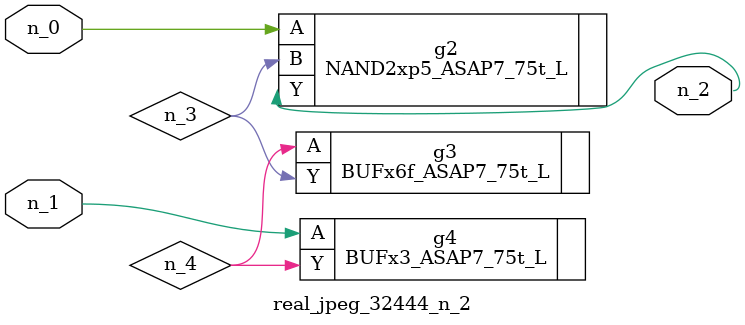
<source format=v>
module real_jpeg_32444_n_2 (n_1, n_0, n_2);

input n_1;
input n_0;

output n_2;

wire n_4;
wire n_3;

NAND2xp5_ASAP7_75t_L g2 ( 
.A(n_0),
.B(n_3),
.Y(n_2)
);

BUFx3_ASAP7_75t_L g4 ( 
.A(n_1),
.Y(n_4)
);

BUFx6f_ASAP7_75t_L g3 ( 
.A(n_4),
.Y(n_3)
);


endmodule
</source>
